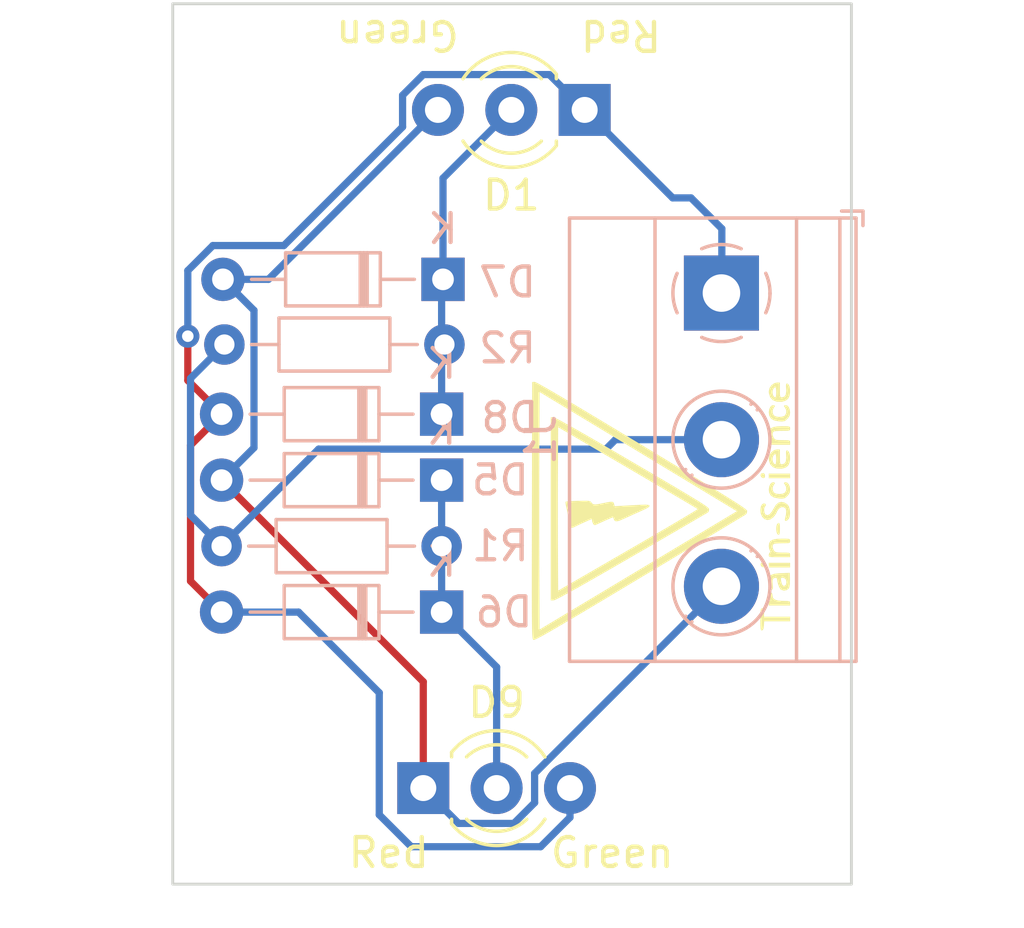
<source format=kicad_pcb>
(kicad_pcb (version 20221018) (generator pcbnew)
  (layers (0 "F.Cu" signal) (31 "B.Cu" signal) (34 "B.Paste" user) (35 "F.Paste" user) (36 "B.SilkS" user "B.Silkscreen") (37 "F.SilkS" user "F.Silkscreen") (38 "B.Mask" user) (39 "F.Mask" user) (44 "Edge.Cuts" user))
  (net 0 "")
  (net 1 "Net-(D1-K1)")
  (net 2 "Net-(D1-A)")
  (net 3 "Net-(D1-K2)")
  (net 4 "Net-(D5-K)")
  (net 5 "Net-(J1-Pin_2)")
  (footprint "MountingHole:MountingHole_3.2mm_M3" (layer "F.Cu") (at 141.5 82.5)
    (fp_text reference "REF**" hide)
    (fp_text value "MountingHole_3.2mm_M3")
    (pad "" np_thru_hole circle (at 0 0) (size 3.2 3.2) (drill 3.2) (layers "*.Cu" "*.Mask"))
  )
  (footprint "LED_THT:LED_D3.0mm-3" (layer "F.Cu") (at 135.763 82.677 180)
    (fp_text reference "D1" (at 2.54 -2.96) (layer "F.SilkS"))
    (fp_text value "LED_Dual_KAK")
    (fp_line (start 0.98 -1.236) (end 0.98 -1.08) (stroke (width 0.12)) (layer "F.SilkS"))
    (fp_line (start 0.98 1.08) (end 0.98 1.236) (stroke (width 0.12)) (layer "F.SilkS"))
    (fp_arc (start 0.98 -1.235516) (mid 2.636487 -1.987659) (end 4.212335 -1.078608) (stroke (width 0.12)) (layer "F.SilkS"))
    (fp_arc (start 1.499039 -1.08) (mid 2.540117 -1.5) (end 3.58113 -1.079837) (stroke (width 0.12)) (layer "F.SilkS"))
    (fp_arc (start 3.58113 1.079837) (mid 2.540117 1.5) (end 1.499039 1.08) (stroke (width 0.12)) (layer "F.SilkS"))
    (fp_arc (start 4.212335 1.078608) (mid 2.636487 1.987659) (end 0.98 1.235516) (stroke (width 0.12)) (layer "F.SilkS"))
    (pad "1" thru_hole rect (at 0 0 180) (size 1.8 1.8) (drill 0.9) (layers "*.Cu" "*.Mask") (net 1 "Net-(D1-K1)"))
    (pad "2" thru_hole circle (at 2.54 0 180) (size 1.8 1.8) (drill 0.9) (layers "*.Cu" "*.Mask") (net 2 "Net-(D1-A)"))
    (pad "3" thru_hole circle (at 5.08 0 180) (size 1.8 1.8) (drill 0.9) (layers "*.Cu" "*.Mask") (net 3 "Net-(D1-K2)"))
  )
  (footprint "MountingHole:MountingHole_3.2mm_M3" (layer "F.Cu") (at 125 105.5)
    (fp_text reference "REF**" hide)
    (fp_text value "MountingHole_3.2mm_M3")
    (pad "" np_thru_hole circle (at 0 0) (size 3.2 3.2) (drill 3.2) (layers "F&B.Cu" "*.Mask"))
  )
  (footprint "custom_kicad_lib_sk:Train-Science logo small" (layer "F.Cu") (at 138.5 96.5 90)
    (fp_text reference "G***" hide)
    (fp_text value "LOGO" hide)
    (fp_poly (pts (xy -1.867174 4.3782) (xy -2.028137 4.3782) (xy -2.028137 3.637769) (xy -1.867174 3.637769)) (fill solid) (layer "F.SilkS"))
    (fp_poly (pts (xy 1.223321 4.3782) (xy 1.062357 4.3782) (xy 1.062357 3.637769) (xy 1.223321 3.637769)) (fill solid) (layer "F.SilkS"))
    (fp_poly (pts (xy -1.879051 3.365565) (xy -1.85507 3.397528) (xy -1.848957 3.467248) (xy -1.897497 3.5033) (xy -1.951794 3.508999) (xy -2.01104 3.497959) (xy -2.024208 3.453786) (xy -2.022328 3.436565) (xy -1.991057 3.378361) (xy -1.934811 3.352714)) (fill solid) (layer "F.SilkS"))
    (fp_poly (pts (xy 1.211443 3.365565) (xy 1.235424 3.397528) (xy 1.241537 3.467248) (xy 1.192998 3.5033) (xy 1.1387 3.508999) (xy 1.079454 3.497959) (xy 1.066286 3.453786) (xy 1.068167 3.436565) (xy 1.099438 3.378361) (xy 1.155683 3.352714)) (fill solid) (layer "F.SilkS"))
    (fp_poly (pts (xy -0.612737 3.9006) (xy -0.533283 3.922266) (xy -0.490713 3.961014) (xy -0.488845 3.967744) (xy -0.490951 3.998166) (xy -0.520453 4.01526) (xy -0.590351 4.022672) (xy -0.689781 4.024081) (xy -0.808268 4.020841) (xy -0.874379 4.009353) (xy -0.899883 3.986965) (xy -0.901394 3.976406) (xy -0.873403 3.933919) (xy -0.802697 3.906845) (xy -0.709175 3.895599)) (fill solid) (layer "F.SilkS"))
    (fp_poly (pts (xy -3.669632 3.34866) (xy -3.559722 3.351709) (xy -3.492918 3.358945) (xy -3.458582 3.372129) (xy -3.446076 3.393024) (xy -3.444613 3.412421) (xy -3.454092 3.452657) (xy -3.493451 3.471683) (xy -3.579073 3.476782) (xy -3.58948 3.476806) (xy -3.734347 3.476806) (xy -3.734347 4.3782) (xy -3.89531 4.3782) (xy -3.89531 3.480334) (xy -4.047936 3.470522) (xy -4.148526 3.457408) (xy -4.198923 3.431105) (xy -4.21126 3.404373) (xy -4.210399 3.380588) (xy -4.190335 3.364589) (xy -4.140901 3.354863) (xy -4.051928 3.349892) (xy -3.91325 3.348161) (xy -3.833286 3.348036)) (fill solid) (layer "F.SilkS"))
    (fp_poly (pts (xy -3.20706 3.649174) (xy -3.187072 3.671095) (xy -3.167366 3.687977) (xy -3.124803 3.671095) (xy -3.032476 3.639196) (xy -2.952967 3.641074) (xy -2.904379 3.674259) (xy -2.897338 3.702155) (xy -2.912873 3.749633) (xy -2.970283 3.766013) (xy -2.992091 3.76654) (xy -3.08017 3.784752) (xy -3.139695 3.843818) (xy -3.1741 3.950385) (xy -3.18682 4.1111) (xy -3.187072 4.143919) (xy -3.188151 4.264488) (xy -3.194538 4.33444) (xy -3.210963 4.367539) (xy -3.242154 4.377549) (xy -3.267554 4.3782) (xy -3.348035 4.3782) (xy -3.348035 3.637769) (xy -3.267554 3.637769)) (fill solid) (layer "F.SilkS"))
    (fp_poly (pts (xy 3.456146 3.654371) (xy 3.543105 3.697368) (xy 3.592791 3.756548) (xy 3.594178 3.814197) (xy 3.572895 3.852981) (xy 3.542199 3.843557) (xy 3.513841 3.819211) (xy 3.424501 3.7745) (xy 3.322943 3.773442) (xy 3.238538 3.81626) (xy 3.237661 3.817129) (xy 3.201357 3.890078) (xy 3.187495 3.994878) (xy 3.196074 4.103032) (xy 3.227095 4.186043) (xy 3.237661 4.198841) (xy 3.321639 4.242246) (xy 3.423161 4.241772) (xy 3.512857 4.197642) (xy 3.513841 4.196759) (xy 3.559116 4.162129) (xy 3.582547 4.174932) (xy 3.594178 4.201773) (xy 3.589623 4.267108) (xy 3.534669 4.324764) (xy 3.443265 4.364981) (xy 3.341993 4.3782) (xy 3.23693 4.364144) (xy 3.150524 4.312169) (xy 3.116435 4.280323) (xy 3.06227 4.220957) (xy 3.03476 4.166703) (xy 3.027277 4.094215) (xy 3.032787 3.985733) (xy 3.063239 3.823108) (xy 3.128926 3.713042) (xy 3.232557 3.652527) (xy 3.346264 3.637769)) (fill solid) (layer "F.SilkS"))
    (fp_poly (pts (xy 0.784156 3.654371) (xy 0.871115 3.697368) (xy 0.920801 3.756548) (xy 0.922188 3.814197) (xy 0.900905 3.852981) (xy 0.870209 3.843557) (xy 0.841851 3.819211) (xy 0.752511 3.7745) (xy 0.650954 3.773442) (xy 0.566548 3.81626) (xy 0.565671 3.817129) (xy 0.529974 3.888454) (xy 0.515171 3.998249) (xy 0.515082 4.007985) (xy 0.527932 4.119813) (xy 0.562192 4.195116) (xy 0.565671 4.198841) (xy 0.649649 4.242246) (xy 0.751171 4.241772) (xy 0.840868 4.197642) (xy 0.841851 4.196759) (xy 0.887126 4.162129) (xy 0.910558 4.174932) (xy 0.922188 4.201773) (xy 0.917633 4.267108) (xy 0.862679 4.324764) (xy 0.771275 4.364981) (xy 0.670003 4.3782) (xy 0.56494 4.364144) (xy 0.478534 4.312169) (xy 0.444446 4.280323) (xy 0.39028 4.220957) (xy 0.36277 4.166703) (xy 0.355287 4.094215) (xy 0.360798 3.985733) (xy 0.391249 3.823108) (xy 0.456936 3.713042) (xy 0.560567 3.652527) (xy 0.674274 3.637769)) (fill solid) (layer "F.SilkS"))
    (fp_poly (pts (xy -2.40532 3.645768) (xy -2.326525 3.67613) (xy -2.275297 3.738404) (xy -2.245189 3.842138) (xy -2.22975 3.996881) (xy -2.226439 4.069661) (xy -2.215488 4.366149) (xy -2.45432 4.371021) (xy -2.611055 4.367821) (xy -2.715337 4.349617) (xy -2.763052 4.326932) (xy -2.817997 4.253657) (xy -2.8318 4.157537) (xy -2.826579 4.141434) (xy -2.663371 4.141434) (xy -2.661178 4.198977) (xy -2.617211 4.235887) (xy -2.541587 4.248708) (xy -2.462907 4.236034) (xy -2.420887 4.210799) (xy -2.387663 4.147033) (xy -2.382256 4.110009) (xy -2.391113 4.070273) (xy -2.429399 4.05887) (xy -2.5002 4.066989) (xy -2.611613 4.096669) (xy -2.663371 4.141434) (xy -2.826579 4.141434) (xy -2.80241 4.066887) (xy -2.783578 4.04369) (xy -2.714915 4.000608) (xy -2.611053 3.960717) (xy -2.500848 3.933723) (xy -2.438593 3.927683) (xy -2.39073 3.905832) (xy -2.389171 3.848663) (xy -2.411779 3.801951) (xy -2.44845 3.775964) (xy -2.522247 3.768689) (xy -2.620538 3.77548) (xy -2.726931 3.782973) (xy -2.782746 3.776184) (xy -2.800575 3.753278) (xy -2.80076 3.74925) (xy -2.770723 3.693209) (xy -2.685633 3.655257) (xy -2.553023 3.638364) (xy -2.518132 3.637769)) (fill solid) (layer "F.SilkS"))
    (fp_poly (pts (xy 0.08045 3.363771) (xy 0.163476 3.40824) (xy 0.193154 3.477335) (xy 0.193156 3.477939) (xy 0.170182 3.528914) (xy 0.121334 3.539789) (xy 0.080482 3.508999) (xy 0.032611 3.483439) (xy -0.047363 3.477888) (xy -0.130866 3.490818) (xy -0.189325 3.520703) (xy -0.191874 3.52355) (xy -0.21804 3.596183) (xy -0.180966 3.673245) (xy -0.081544 3.753443) (xy -0.004028 3.796699) (xy 0.136108 3.882305) (xy 0.216714 3.971193) (xy 0.24249 4.071135) (xy 0.223825 4.173564) (xy 0.164082 4.275535) (xy 0.095495 4.330471) (xy -0.018443 4.366535) (xy -0.150995 4.376193) (xy -0.274362 4.359597) (xy -0.346956 4.328086) (xy -0.40363 4.272052) (xy -0.419312 4.22251) (xy -0.394108 4.195068) (xy -0.346071 4.199064) (xy -0.197064 4.233359) (xy -0.075009 4.242002) (xy 0.005829 4.224264) (xy 0.015788 4.217493) (xy 0.061853 4.14537) (xy 0.055341 4.062595) (xy 0.002818 3.983964) (xy -0.089151 3.924271) (xy -0.119083 3.913566) (xy -0.188092 3.877866) (xy -0.269912 3.816568) (xy -0.288095 3.800264) (xy -0.365715 3.694707) (xy -0.385703 3.587357) (xy -0.353625 3.488715) (xy -0.27505 3.409279) (xy -0.155545 3.359551) (xy -0.048289 3.348036)) (fill solid) (layer "F.SilkS"))
    (fp_poly (pts (xy -1.179743 3.652213) (xy -1.106639 3.700519) (xy -1.060135 3.79015) (xy -1.036075 3.928568) (xy -1.030165 4.092808) (xy -1.03083 4.228722) (xy -1.035174 4.312734) (xy -1.046716 4.357328) (xy -1.068976 4.374987) (xy -1.105476 4.378194) (xy -1.110646 4.3782) (xy -1.150723 4.375415) (xy -1.174641 4.358257) (xy -1.186568 4.313522) (xy -1.190674 4.228007) (xy -1.191128 4.123292) (xy -1.193501 3.995739) (xy -1.199781 3.889366) (xy -1.208712 3.82384) (xy -1.210669 3.817462) (xy -1.256725 3.775444) (xy -1.33462 3.771399) (xy -1.424149 3.805399) (xy -1.441506 3.816654) (xy -1.477783 3.84892) (xy -1.499291 3.893461) (xy -1.50977 3.966262) (xy -1.512958 4.083304) (xy -1.513054 4.122485) (xy -1.513927 4.249664) (xy -1.519311 4.325642) (xy -1.533355 4.363601) (xy -1.560209 4.376724) (xy -1.593536 4.3782) (xy -1.674018 4.3782) (xy -1.674018 4.007985) (xy -1.67363 3.849262) (xy -1.670933 3.743962) (xy -1.663621 3.681124) (xy -1.649392 3.649787) (xy -1.625943 3.638988) (xy -1.596219 3.637769) (xy -1.53075 3.652507) (xy -1.503665 3.67801) (xy -1.482168 3.702107) (xy -1.446255 3.67801) (xy -1.387205 3.651219) (xy -1.298048 3.63805) (xy -1.283604 3.637769)) (fill solid) (layer "F.SilkS"))
    (fp_poly (pts (xy 1.874086 3.665419) (xy 1.97554 3.737669) (xy 2.042702 3.838471) (xy 2.06033 3.925027) (xy 2.06033 4.024081) (xy 1.802788 4.024081) (xy 1.674253 4.025517) (xy 1.597198 4.031892) (xy 1.558746 4.046313) (xy 1.54602 4.071882) (xy 1.545247 4.086167) (xy 1.568914 4.17496) (xy 1.641552 4.227168) (xy 1.76562 4.244072) (xy 1.841189 4.240295) (xy 1.949653 4.233706) (xy 2.007504 4.2403) (xy 2.027535 4.262067) (xy 2.028137 4.269376) (xy 1.999657 4.321331) (xy 1.925454 4.357024) (xy 1.822384 4.375338) (xy 1.707304 4.375154) (xy 1.597069 4.355354) (xy 1.508536 4.31482) (xy 1.495586 4.304705) (xy 1.430456 4.223779) (xy 1.397139 4.110586) (xy 1.393087 4.07989) (xy 1.397067 3.908) (xy 1.412373 3.869557) (xy 1.545247 3.869557) (xy 1.574363 3.883662) (xy 1.649466 3.893017) (xy 1.722307 3.895311) (xy 1.819283 3.891076) (xy 1.883595 3.880152) (xy 1.899366 3.869557) (xy 1.87055 3.814477) (xy 1.797044 3.776712) (xy 1.722307 3.76654) (xy 1.627639 3.783306) (xy 1.562731 3.826073) (xy 1.545247 3.869557) (xy 1.412373 3.869557) (xy 1.449928 3.775233) (xy 1.548716 3.685192) (xy 1.690478 3.641482) (xy 1.755377 3.637769)) (fill solid) (layer "F.SilkS"))
    (fp_poly (pts (xy 2.715567 3.652213) (xy 2.788671 3.700519) (xy 2.835175 3.79015) (xy 2.859236 3.928568) (xy 2.865146 4.092808) (xy 2.86448 4.228722) (xy 2.860137 4.312734) (xy 2.848595 4.357328) (xy 2.826334 4.374987) (xy 2.789834 4.378194) (xy 2.784664 4.3782) (xy 2.744587 4.375415) (xy 2.72067 4.358257) (xy 2.708742 4.313522) (xy 2.704637 4.228007) (xy 2.704183 4.123292) (xy 2.70181 3.995739) (xy 2.69553 3.889366) (xy 2.686599 3.82384) (xy 2.684642 3.817462) (xy 2.638586 3.775444) (xy 2.56069 3.771399) (xy 2.471162 3.805399) (xy 2.453804 3.816654) (xy 2.417528 3.84892) (xy 2.396019 3.893461) (xy 2.385541 3.966262) (xy 2.382352 4.083304) (xy 2.382256 4.122485) (xy 2.381383 4.249664) (xy 2.375999 4.325642) (xy 2.361955 4.363601) (xy 2.335101 4.376724) (xy 2.301774 4.3782) (xy 2.221293 4.3782) (xy 2.221293 4.007985) (xy 2.22168 3.849262) (xy 2.224378 3.743962) (xy 2.231689 3.681124) (xy 2.245918 3.649787) (xy 2.269368 3.638988) (xy 2.299092 3.637769) (xy 2.364561 3.652507) (xy 2.391646 3.67801) (xy 2.413142 3.702107) (xy 2.449056 3.67801) (xy 2.508105 3.651219) (xy 2.597263 3.63805) (xy 2.611707 3.637769)) (fill solid) (layer "F.SilkS"))
    (fp_poly (pts (xy 4.191957 3.665419) (xy 4.293411 3.737669) (xy 4.360573 3.838471) (xy 4.3782 3.925027) (xy 4.3782 4.024081) (xy 4.120659 4.024081) (xy 3.992123 4.025517) (xy 3.915069 4.031892) (xy 3.876617 4.046313) (xy 3.86389 4.071882) (xy 3.863118 4.086167) (xy 3.886785 4.17496) (xy 3.959423 4.227168) (xy 4.083491 4.244072) (xy 4.15906 4.240295) (xy 4.267524 4.233706) (xy 4.325375 4.2403) (xy 4.345405 4.262067) (xy 4.346008 4.269376) (xy 4.317527 4.321331) (xy 4.243324 4.357024) (xy 4.140255 4.375338) (xy 4.025174 4.375154) (xy 3.91494 4.355354) (xy 3.826407 4.31482) (xy 3.813457 4.304705) (xy 3.748327 4.223779) (xy 3.71501 4.110586) (xy 3.710957 4.07989) (xy 3.714938 3.908) (xy 3.730244 3.869557) (xy 3.863118 3.869557) (xy 3.892233 3.883662) (xy 3.967337 3.893017) (xy 4.040178 3.895311) (xy 4.137154 3.891076) (xy 4.201466 3.880152) (xy 4.217237 3.869557) (xy 4.188421 3.814477) (xy 4.114915 3.776712) (xy 4.040178 3.76654) (xy 3.945509 3.783306) (xy 3.880602 3.826073) (xy 3.863118 3.869557) (xy 3.730244 3.869557) (xy 3.767799 3.775233) (xy 3.866587 3.685192) (xy 4.008349 3.641482) (xy 4.073248 3.637769)) (fill solid) (layer "F.SilkS"))
    (fp_poly (pts (xy 0.250482 -3.398018) (xy 0.258312 -3.360431) (xy 0.266207 -3.271171) (xy 0.273323 -3.142944) (xy 0.278815 -2.988455) (xy 0.279494 -2.961822) (xy 0.283147 -2.79102) (xy 0.28333 -2.672993) (xy 0.27842 -2.596159) (xy 0.266793 -2.548934) (xy 0.246824 -2.519735) (xy 0.216889 -2.496979) (xy 0.214047 -2.495112) (xy 0.177374 -2.463714) (xy 0.157846 -2.420729) (xy 0.155167 -2.353836) (xy 0.169042 -2.250716) (xy 0.199173 -2.099046) (xy 0.20399 -2.076426) (xy 0.234196 -1.927607) (xy 0.248081 -1.829473) (xy 0.244797 -1.770209) (xy 0.223496 -1.738003) (xy 0.183328 -1.721039) (xy 0.178383 -1.719762) (xy 0.093995 -1.698582) (xy 0.113104 -1.340229) (xy 0.122361 -1.168329) (xy 0.13182 -0.9955) (xy 0.140114 -0.846597) (xy 0.144094 -0.776804) (xy 0.147732 -0.616402) (xy 0.136399 -0.518612) (xy 0.110043 -0.48341) (xy 0.068612 -0.510774) (xy 0.012053 -0.600683) (xy -0.036281 -0.70019) (xy -0.094889 -0.829583) (xy -0.151819 -0.955614) (xy -0.192615 -1.046261) (xy -0.235959 -1.142058) (xy -0.293724 -1.268625) (xy -0.352412 -1.396402) (xy -0.410483 -1.535855) (xy -0.432862 -1.630868) (xy -0.419591 -1.690556) (xy -0.370712 -1.724039) (xy -0.353957 -1.729118) (xy -0.302087 -1.746117) (xy -0.289734 -1.754248) (xy -0.301976 -1.787815) (xy -0.333966 -1.863803) (xy -0.378601 -1.966115) (xy -0.428778 -2.078653) (xy -0.477393 -2.185319) (xy -0.517132 -2.269582) (xy -0.553917 -2.350924) (xy -0.561542 -2.396199) (xy -0.540994 -2.426228) (xy -0.525165 -2.438593) (xy -0.452176 -2.472508) (xy -0.412351 -2.478834) (xy -0.36338 -2.484926) (xy -0.354119 -2.492061) (xy -0.366789 -2.526986) (xy -0.400137 -2.60474) (xy -0.447168 -2.710013) (xy -0.500888 -2.827498) (xy -0.554304 -2.941887) (xy -0.600421 -3.037873) (xy -0.630486 -3.096942) (xy -0.659596 -3.160107) (xy -0.65177 -3.193594) (xy -0.620583 -3.213855) (xy -0.53333 -3.246777) (xy -0.395236 -3.27925) (xy -0.273637 -3.301207) (xy -0.190498 -3.31751) (xy -0.07335 -3.34338) (xy 0.027233 -3.367139) (xy 0.134416 -3.389945) (xy 0.215087 -3.40089)) (fill solid) (layer "F.SilkS"))
    (fp_poly (pts (xy 3.179239 -3.830925) (xy 3.169077 -3.796052) (xy 3.134748 -3.721875) (xy 3.075339 -3.60678) (xy 2.989941 -3.449155) (xy 2.877641 -3.24739) (xy 2.737526 -2.999872) (xy 2.568687 -2.704989) (xy 2.370211 -2.361128) (xy 2.141187 -1.966679) (xy 1.880703 -1.52003) (xy 1.631778 -1.09455) (xy 1.368647 -0.645596) (xy 1.135907 -0.249143) (xy 0.93161 0.097982) (xy 0.753807 0.398953) (xy 0.60055 0.656942) (xy 0.469891 0.875124) (xy 0.359881 1.05667) (xy 0.268572 1.204755) (xy 0.194014 1.322552) (xy 0.134261 1.413233) (xy 0.087362 1.479973) (xy 0.051371 1.525943) (xy 0.024337 1.554318) (xy 0.004314 1.568271) (xy -0.004969 1.571019) (xy -0.078828 1.563333) (xy -0.118283 1.538827) (xy -0.138767 1.505458) (xy -0.189191 1.420294) (xy -0.267262 1.287274) (xy -0.370688 1.110339) (xy -0.497173 0.893428) (xy -0.644426 0.640482) (xy -0.810153 0.355441) (xy -0.99206 0.042244) (xy -1.187855 -0.295169) (xy -1.395243 -0.652857) (xy -1.611932 -1.02688) (xy -1.660439 -1.110646) (xy -1.943382 -1.600038) (xy -2.194371 -2.035755) (xy -2.414343 -2.419476) (xy -2.604234 -2.752877) (xy -2.764981 -3.037634) (xy -2.89752 -3.275425) (xy -3.002787 -3.467927) (xy -3.081719 -3.616816) (xy -3.100264 -3.653866) (xy -2.831057 -3.653866) (xy -1.427803 -1.229825) (xy -1.217976 -0.867944) (xy -1.017222 -0.522838) (xy -0.827885 -0.198474) (xy -0.652308 0.101185) (xy -0.492836 0.372174) (xy -0.351814 0.61053) (xy -0.231586 0.812287) (xy -0.134496 0.973481) (xy -0.062889 1.090149) (xy -0.019109 1.158326) (xy -0.005551 1.175218) (xy 0.013203 1.145197) (xy 0.062076 1.063637) (xy 0.138687 0.934577) (xy 0.240658 0.762061) (xy 0.365609 0.55013) (xy 0.511161 0.302826) (xy 0.674935 0.02419) (xy 0.854552 -0.281735) (xy 1.047632 -0.610908) (xy 1.251797 -0.959287) (xy 1.421346 -1.248823) (xy 2.829247 -3.653866) (xy 1.414623 -3.662249) (xy 1.04211 -3.663984) (xy 0.624153 -3.665121) (xy 0.179691 -3.665659) (xy -0.272337 -3.665598) (xy -0.712992 -3.664938) (xy -1.123334 -3.663678) (xy -1.415529 -3.662249) (xy -2.831057 -3.653866) (xy -3.100264 -3.653866) (xy -3.135253 -3.723769) (xy -3.164325 -3.790463) (xy -3.17064 -3.814829) (xy -3.170976 -3.911407) (xy 3.170976 -3.911407)) (fill solid) (layer "F.SilkS"))
    (fp_poly (pts (xy -2.177236 -4.566716) (xy -1.724771 -4.566214) (xy -1.217326 -4.565463) (xy -0.651718 -4.564501) (xy -0.055144 -4.563421) (xy 4.394297 -4.55526) (xy 4.402412 -4.474778) (xy 4.392766 -4.444092) (xy 4.360546 -4.377472) (xy 4.304831 -4.273357) (xy 4.224701 -4.130187) (xy 4.119236 -3.9464) (xy 3.987517 -3.720436) (xy 3.828623 -3.450735) (xy 3.641634 -3.135735) (xy 3.425631 -2.773875) (xy 3.179692 -2.363596) (xy 2.902899 -1.903335) (xy 2.594331 -1.391532) (xy 2.253068 -0.826627) (xy 2.210681 -0.756527) (xy 1.892208 -0.230049) (xy 1.605234 0.243951) (xy 1.348069 0.66817) (xy 1.119028 1.045302) (xy 0.916421 1.378044) (xy 0.738561 1.669091) (xy 0.583761 1.921141) (xy 0.450332 2.136888) (xy 0.336586 2.319029) (xy 0.240836 2.470259) (xy 0.161394 2.593274) (xy 0.096573 2.690771) (xy 0.044683 2.765444) (xy 0.004038 2.819991) (xy -0.02705 2.857107) (xy -0.05027 2.879488) (xy -0.067308 2.88983) (xy -0.073048 2.891234) (xy -0.156237 2.877194) (xy -0.204854 2.826849) (xy -0.227047 2.790521) (xy -0.280348 2.702298) (xy -0.362758 2.565508) (xy -0.47228 2.383476) (xy -0.606914 2.159531) (xy -0.764662 1.897) (xy -0.943527 1.599208) (xy -1.141509 1.269484) (xy -1.356611 0.911155) (xy -1.586834 0.527547) (xy -1.830181 0.121988) (xy -2.084652 -0.302196) (xy -2.348249 -0.741676) (xy -2.411808 -0.847656) (xy -2.72913 -1.377004) (xy -3.014693 -1.853894) (xy -3.270035 -2.280976) (xy -3.496692 -2.660897) (xy -3.696204 -2.996307) (xy -3.870107 -3.289854) (xy -4.01994 -3.544188) (xy -4.147239 -3.761957) (xy -4.253544 -3.94581) (xy -4.340391 -4.098397) (xy -4.409319 -4.222366) (xy -4.449721 -4.297718) (xy -4.178624 -4.297718) (xy -0.08088 2.532058) (xy 0.192957 2.079549) (xy 0.247331 1.989669) (xy 0.332405 1.84901) (xy 0.445566 1.661887) (xy 0.584205 1.43262) (xy 0.74571 1.165527) (xy 0.92747 0.864926) (xy 1.126875 0.535135) (xy 1.341313 0.180472) (xy 1.568173 -0.194744) (xy 1.804844 -0.586196) (xy 2.048716 -0.989564) (xy 2.257763 -1.33534) (xy 4.048733 -4.297718) (xy 1.992174 -4.306003) (xy 1.548356 -4.307468) (xy 1.05587 -4.308526) (xy 0.530432 -4.309176) (xy -0.012241 -4.309419) (xy -0.556433 -4.309254) (xy -1.086428 -4.308682) (xy -1.58651 -4.307702) (xy -2.040962 -4.306315) (xy -2.121505 -4.306003) (xy -4.178624 -4.297718) (xy -4.449721 -4.297718) (xy -4.461864 -4.320365) (xy -4.499566 -4.395045) (xy -4.523961 -4.449053) (xy -4.536588 -4.485039) (xy -4.538984 -4.505651) (xy -4.537712 -4.509683) (xy -4.531875 -4.518362) (xy -4.522005 -4.526181) (xy -4.504918 -4.533179) (xy -4.47743 -4.539392) (xy -4.436357 -4.54486) (xy -4.378514 -4.549621) (xy -4.300717 -4.553712) (xy -4.199782 -4.557172) (xy -4.072525 -4.560039) (xy -3.915762 -4.562352) (xy -3.726308 -4.564148) (xy -3.50098 -4.565466) (xy -3.236592 -4.566343) (xy -2.929962 -4.566818) (xy -2.577905 -4.56693)) (fill solid) (layer "F.SilkS"))
  )
  (footprint "LED_THT:LED_D3.0mm-3" (layer "F.Cu") (at 130.175 106.172)
    (fp_text reference "D9" (at 2.54 -2.96) (layer "F.SilkS"))
    (fp_text value "LED_Dual_KAK")
    (fp_line (start 0.98 -1.236) (end 0.98 -1.08) (stroke (width 0.12)) (layer "F.SilkS"))
    (fp_line (start 0.98 1.08) (end 0.98 1.236) (stroke (width 0.12)) (layer "F.SilkS"))
    (fp_arc (start 0.98 -1.235516) (mid 2.636487 -1.987659) (end 4.212335 -1.078608) (stroke (width 0.12)) (layer "F.SilkS"))
    (fp_arc (start 1.499039 -1.08) (mid 2.540117 -1.5) (end 3.58113 -1.079837) (stroke (width 0.12)) (layer "F.SilkS"))
    (fp_arc (start 3.58113 1.079837) (mid 2.540117 1.5) (end 1.499039 1.08) (stroke (width 0.12)) (layer "F.SilkS"))
    (fp_arc (start 4.212335 1.078608) (mid 2.636487 1.987659) (end 0.98 1.235516) (stroke (width 0.12)) (layer "F.SilkS"))
    (pad "1" thru_hole rect (at 0 0) (size 1.8 1.8) (drill 0.9) (layers "*.Cu" "*.Mask") (net 3 "Net-(D1-K2)"))
    (pad "2" thru_hole circle (at 2.54 0) (size 1.8 1.8) (drill 0.9) (layers "*.Cu" "*.Mask") (net 4 "Net-(D5-K)"))
    (pad "3" thru_hole circle (at 5.08 0) (size 1.8 1.8) (drill 0.9) (layers "*.Cu" "*.Mask") (net 1 "Net-(D1-K1)"))
  )
  (footprint "MountingHole:MountingHole_3.2mm_M3" (layer "F.Cu") (at 125 82.5)
    (fp_text reference "REF**" hide)
    (fp_text value "MountingHole_3.2mm_M3")
    (pad "" np_thru_hole circle (at 0 0) (size 3.2 3.2) (drill 3.2) (layers "F&B.Cu" "*.Mask"))
  )
  (footprint "MountingHole:MountingHole_3.2mm_M3" (layer "F.Cu") (at 141.5 106)
    (fp_text reference "REF**" hide)
    (fp_text value "MountingHole_3.2mm_M3")
    (pad "" np_thru_hole circle (at 0 0) (size 3.2 3.2) (drill 3.2) (layers "F&B.Cu" "*.Mask"))
  )
  (footprint "Resistor_THT:R_Axial_DIN0204_L3.6mm_D1.6mm_P7.62mm_Horizontal" (layer "B.Cu") (at 123.19 97.79)
    (fp_text reference "R1" (at 9.652 0) (layer "B.SilkS") (effects (justify mirror)))
    (fp_text value "R")
    (fp_line (start 0.94 0) (end 1.89 0) (stroke (width 0.12)) (layer "B.SilkS"))
    (fp_line (start 1.89 -0.92) (end 5.73 -0.92) (stroke (width 0.12)) (layer "B.SilkS"))
    (fp_line (start 1.89 0.92) (end 1.89 -0.92) (stroke (width 0.12)) (layer "B.SilkS"))
    (fp_line (start 5.73 -0.92) (end 5.73 0.92) (stroke (width 0.12)) (layer "B.SilkS"))
    (fp_line (start 5.73 0.92) (end 1.89 0.92) (stroke (width 0.12)) (layer "B.SilkS"))
    (fp_line (start 6.68 0) (end 5.73 0) (stroke (width 0.12)) (layer "B.SilkS"))
    (pad "1" thru_hole circle (at 0 0) (size 1.4 1.4) (drill 0.7) (layers "*.Cu" "*.Mask") (net 5 "Net-(J1-Pin_2)"))
    (pad "2" thru_hole oval (at 7.62 0) (size 1.4 1.4) (drill 0.7) (layers "*.Cu" "*.Mask") (net 4 "Net-(D5-K)"))
  )
  (footprint "TerminalBlock_Phoenix:TerminalBlock_Phoenix_MKDS-1,5-3-5.08_1x03_P5.08mm_Horizontal" (layer "B.Cu") (at 140.5 89.022 -90)
    (fp_text reference "J1" (at 5.08 6.26 90) (layer "B.SilkS") (effects (justify mirror)))
    (fp_text value "Conn_01x03")
    (fp_line (start -2.84 -4.9) (end -2.34 -4.9) (stroke (width 0.12)) (layer "B.SilkS"))
    (fp_line (start -2.84 -4.16) (end -2.84 -4.9) (stroke (width 0.12)) (layer "B.SilkS"))
    (fp_line (start -2.6 -4.66) (end 12.76 -4.66) (stroke (width 0.12)) (layer "B.SilkS"))
    (fp_line (start -2.6 -4.1) (end 12.76 -4.1) (stroke (width 0.12)) (layer "B.SilkS"))
    (fp_line (start -2.6 -2.6) (end 12.76 -2.6) (stroke (width 0.12)) (layer "B.SilkS"))
    (fp_line (start -2.6 2.301) (end 12.76 2.301) (stroke (width 0.12)) (layer "B.SilkS"))
    (fp_line (start -2.6 5.261) (end -2.6 -4.66) (stroke (width 0.12)) (layer "B.SilkS"))
    (fp_line (start -2.6 5.261) (end 12.76 5.261) (stroke (width 0.12)) (layer "B.SilkS"))
    (fp_line (start 3.853 -1.023) (end 3.806 -1.069) (stroke (width 0.12)) (layer "B.SilkS"))
    (fp_line (start 4.046 -1.239) (end 4.011 -1.274) (stroke (width 0.12)) (layer "B.SilkS"))
    (fp_line (start 6.15 1.275) (end 6.115 1.239) (stroke (width 0.12)) (layer "B.SilkS"))
    (fp_line (start 6.355 1.069) (end 6.308 1.023) (stroke (width 0.12)) (layer "B.SilkS"))
    (fp_line (start 8.933 -1.023) (end 8.886 -1.069) (stroke (width 0.12)) (layer "B.SilkS"))
    (fp_line (start 9.126 -1.239) (end 9.091 -1.274) (stroke (width 0.12)) (layer "B.SilkS"))
    (fp_line (start 11.23 1.275) (end 11.195 1.239) (stroke (width 0.12)) (layer "B.SilkS"))
    (fp_line (start 11.435 1.069) (end 11.388 1.023) (stroke (width 0.12)) (layer "B.SilkS"))
    (fp_line (start 12.76 5.261) (end 12.76 -4.66) (stroke (width 0.12)) (layer "B.SilkS"))
    (fp_arc (start -1.535 0.684) (mid -1.680501 0.000524) (end -1.535427 -0.683042) (stroke (width 0.12)) (layer "B.SilkS"))
    (fp_arc (start -0.684 -1.535) (mid -0.335551 -1.646659) (end 0.028805 -1.680253) (stroke (width 0.12)) (layer "B.SilkS"))
    (fp_arc (start 0 -1.68) (mid 0.349292 -1.643288) (end 0.683318 -1.534756) (stroke (width 0.12)) (layer "B.SilkS"))
    (fp_arc (start 0.684 1.535) (mid 0.000524 1.680501) (end -0.683042 1.535427) (stroke (width 0.12)) (layer "B.SilkS"))
    (fp_arc (start 1.535 -0.684) (mid 1.6805 -0.000524) (end 1.535427 0.683042) (stroke (width 0.12)) (layer "B.SilkS"))
    (fp_circle (center 5.08 0) (end 6.76 0) (stroke (width 0.12)) (fill none) (layer "B.SilkS"))
    (fp_circle (center 10.16 0) (end 11.84 0) (stroke (width 0.12)) (fill none) (layer "B.SilkS"))
    (pad "1" thru_hole rect (at 0 0 270) (size 2.6 2.6) (drill 1.3) (layers "*.Cu" "*.Mask") (net 1 "Net-(D1-K1)"))
    (pad "2" thru_hole circle (at 5.08 0 270) (size 2.6 2.6) (drill 1.3) (layers "*.Cu" "*.Mask") (net 5 "Net-(J1-Pin_2)"))
    (pad "3" thru_hole circle (at 10.16 0 270) (size 2.6 2.6) (drill 1.3) (layers "*.Cu" "*.Mask") (net 3 "Net-(D1-K2)"))
  )
  (footprint "Diode_THT:D_DO-34_SOD68_P7.62mm_Horizontal" (layer "B.Cu") (at 130.81 93.218 180)
    (fp_text reference "D8" (at -2.36 -0.124) (layer "B.SilkS") (effects (justify mirror)))
    (fp_text value "D")
    (fp_text user "K" (at 0 1.75) (layer "B.SilkS") (effects (justify mirror)))
    (fp_line (start 0.99 0) (end 2.17 0) (stroke (width 0.12)) (layer "B.SilkS"))
    (fp_line (start 2.17 -0.92) (end 5.45 -0.92) (stroke (width 0.12)) (layer "B.SilkS"))
    (fp_line (start 2.17 0.92) (end 2.17 -0.92) (stroke (width 0.12)) (layer "B.SilkS"))
    (fp_line (start 2.626 0.92) (end 2.626 -0.92) (stroke (width 0.12)) (layer "B.SilkS"))
    (fp_line (start 2.746 0.92) (end 2.746 -0.92) (stroke (width 0.12)) (layer "B.SilkS"))
    (fp_line (start 2.866 0.92) (end 2.866 -0.92) (stroke (width 0.12)) (layer "B.SilkS"))
    (fp_line (start 5.45 -0.92) (end 5.45 0.92) (stroke (width 0.12)) (layer "B.SilkS"))
    (fp_line (start 5.45 0.92) (end 2.17 0.92) (stroke (width 0.12)) (layer "B.SilkS"))
    (fp_line (start 6.63 0) (end 5.45 0) (stroke (width 0.12)) (layer "B.SilkS"))
    (pad "1" thru_hole rect (at 0 0 180) (size 1.5 1.5) (drill 0.75) (layers "*.Cu" "*.Mask") (net 2 "Net-(D1-A)"))
    (pad "2" thru_hole oval (at 7.62 0 180) (size 1.5 1.5) (drill 0.75) (layers "*.Cu" "*.Mask") (net 1 "Net-(D1-K1)"))
  )
  (footprint "Resistor_THT:R_Axial_DIN0204_L3.6mm_D1.6mm_P7.62mm_Horizontal" (layer "B.Cu") (at 130.908 90.805 180)
    (fp_text reference "R2" (at -2.183 -0.127) (layer "B.SilkS") (effects (justify mirror)))
    (fp_text value "R")
    (fp_line (start 0.94 0) (end 1.89 0) (stroke (width 0.12)) (layer "B.SilkS"))
    (fp_line (start 1.89 -0.92) (end 5.73 -0.92) (stroke (width 0.12)) (layer "B.SilkS"))
    (fp_line (start 1.89 0.92) (end 1.89 -0.92) (stroke (width 0.12)) (layer "B.SilkS"))
    (fp_line (start 5.73 -0.92) (end 5.73 0.92) (stroke (width 0.12)) (layer "B.SilkS"))
    (fp_line (start 5.73 0.92) (end 1.89 0.92) (stroke (width 0.12)) (layer "B.SilkS"))
    (fp_line (start 6.68 0) (end 5.73 0) (stroke (width 0.12)) (layer "B.SilkS"))
    (pad "1" thru_hole circle (at 0 0 180) (size 1.4 1.4) (drill 0.7) (layers "*.Cu" "*.Mask") (net 2 "Net-(D1-A)"))
    (pad "2" thru_hole oval (at 7.62 0 180) (size 1.4 1.4) (drill 0.7) (layers "*.Cu" "*.Mask") (net 5 "Net-(J1-Pin_2)"))
  )
  (footprint "Diode_THT:D_DO-34_SOD68_P7.62mm_Horizontal" (layer "B.Cu") (at 130.81 95.504 180)
    (fp_text reference "D5" (at -2.032 0) (layer "B.SilkS") (effects (justify mirror)))
    (fp_text value "D")
    (fp_text user "K" (at 0 1.75) (layer "B.SilkS") (effects (justify mirror)))
    (fp_line (start 0.99 0) (end 2.17 0) (stroke (width 0.12)) (layer "B.SilkS"))
    (fp_line (start 2.17 -0.92) (end 5.45 -0.92) (stroke (width 0.12)) (layer "B.SilkS"))
    (fp_line (start 2.17 0.92) (end 2.17 -0.92) (stroke (width 0.12)) (layer "B.SilkS"))
    (fp_line (start 2.626 0.92) (end 2.626 -0.92) (stroke (width 0.12)) (layer "B.SilkS"))
    (fp_line (start 2.746 0.92) (end 2.746 -0.92) (stroke (width 0.12)) (layer "B.SilkS"))
    (fp_line (start 2.866 0.92) (end 2.866 -0.92) (stroke (width 0.12)) (layer "B.SilkS"))
    (fp_line (start 5.45 -0.92) (end 5.45 0.92) (stroke (width 0.12)) (layer "B.SilkS"))
    (fp_line (start 5.45 0.92) (end 2.17 0.92) (stroke (width 0.12)) (layer "B.SilkS"))
    (fp_line (start 6.63 0) (end 5.45 0) (stroke (width 0.12)) (layer "B.SilkS"))
    (pad "1" thru_hole rect (at 0 0 180) (size 1.5 1.5) (drill 0.75) (layers "*.Cu" "*.Mask") (net 4 "Net-(D5-K)"))
    (pad "2" thru_hole oval (at 7.62 0 180) (size 1.5 1.5) (drill 0.75) (layers "*.Cu" "*.Mask") (net 3 "Net-(D1-K2)"))
  )
  (footprint "Diode_THT:D_DO-34_SOD68_P7.62mm_Horizontal" (layer "B.Cu") (at 130.81 100.076 180)
    (fp_text reference "D6" (at -2.159 0) (layer "B.SilkS") (effects (justify mirror)))
    (fp_text value "D")
    (fp_text user "K" (at 0 1.75) (layer "B.SilkS") (effects (justify mirror)))
    (fp_line (start 0.99 0) (end 2.17 0) (stroke (width 0.12)) (layer "B.SilkS"))
    (fp_line (start 2.17 -0.92) (end 5.45 -0.92) (stroke (width 0.12)) (layer "B.SilkS"))
    (fp_line (start 2.17 0.92) (end 2.17 -0.92) (stroke (width 0.12)) (layer "B.SilkS"))
    (fp_line (start 2.626 0.92) (end 2.626 -0.92) (stroke (width 0.12)) (layer "B.SilkS"))
    (fp_line (start 2.746 0.92) (end 2.746 -0.92) (stroke (width 0.12)) (layer "B.SilkS"))
    (fp_line (start 2.866 0.92) (end 2.866 -0.92) (stroke (width 0.12)) (layer "B.SilkS"))
    (fp_line (start 5.45 -0.92) (end 5.45 0.92) (stroke (width 0.12)) (layer "B.SilkS"))
    (fp_line (start 5.45 0.92) (end 2.17 0.92) (stroke (width 0.12)) (layer "B.SilkS"))
    (fp_line (start 6.63 0) (end 5.45 0) (stroke (width 0.12)) (layer "B.SilkS"))
    (pad "1" thru_hole rect (at 0 0 180) (size 1.5 1.5) (drill 0.75) (layers "*.Cu" "*.Mask") (net 4 "Net-(D5-K)"))
    (pad "2" thru_hole oval (at 7.62 0 180) (size 1.5 1.5) (drill 0.75) (layers "*.Cu" "*.Mask") (net 1 "Net-(D1-K1)"))
  )
  (footprint "Diode_THT:D_DO-34_SOD68_P7.62mm_Horizontal" (layer "B.Cu") (at 130.858 88.547 180)
    (fp_text reference "D7" (at -2.233 -0.099) (layer "B.SilkS") (effects (justify mirror)))
    (fp_text value "D")
    (fp_text user "K" (at 0 1.75) (layer "B.SilkS") (effects (justify mirror)))
    (fp_line (start 0.99 0) (end 2.17 0) (stroke (width 0.12)) (layer "B.SilkS"))
    (fp_line (start 2.17 -0.92) (end 5.45 -0.92) (stroke (width 0.12)) (layer "B.SilkS"))
    (fp_line (start 2.17 0.92) (end 2.17 -0.92) (stroke (width 0.12)) (layer "B.SilkS"))
    (fp_line (start 2.626 0.92) (end 2.626 -0.92) (stroke (width 0.12)) (layer "B.SilkS"))
    (fp_line (start 2.746 0.92) (end 2.746 -0.92) (stroke (width 0.12)) (layer "B.SilkS"))
    (fp_line (start 2.866 0.92) (end 2.866 -0.92) (stroke (width 0.12)) (layer "B.SilkS"))
    (fp_line (start 5.45 -0.92) (end 5.45 0.92) (stroke (width 0.12)) (layer "B.SilkS"))
    (fp_line (start 5.45 0.92) (end 2.17 0.92) (stroke (width 0.12)) (layer "B.SilkS"))
    (fp_line (start 6.63 0) (end 5.45 0) (stroke (width 0.12)) (layer "B.SilkS"))
    (pad "1" thru_hole rect (at 0 0 180) (size 1.5 1.5) (drill 0.75) (layers "*.Cu" "*.Mask") (net 2 "Net-(D1-A)"))
    (pad "2" thru_hole oval (at 7.62 0 180) (size 1.5 1.5) (drill 0.75) (layers "*.Cu" "*.Mask") (net 3 "Net-(D1-K2)"))
  )
  (gr_rect (start 121.5 79) (end 145 109.5) (stroke (width 0.1)) (fill none) (layer "Edge.Cuts"))
  (gr_text "Green" (at 134.5 109) (layer "F.SilkS") (effects (font (size 1 1)) (justify left bottom)))
  (gr_text "Green" (at 131.5 79.5 180) (layer "F.SilkS") (effects (font (size 1 1)) (justify left bottom)))
  (gr_text "Red" (at 127.5 109) (layer "F.SilkS") (effects (font (size 1 1)) (justify left bottom)))
  (gr_text "Red" (at 138.5 79.5 180) (layer "F.SilkS") (effects (font (size 1 1)) (justify left bottom)))
  (segment (start 123.19 100.076) (end 122.115 99.001) (width 0.25) (layer "F.Cu") (net 1))
  (segment (start 122.115 94.293) (end 123.19 93.218) (width 0.25) (layer "F.Cu") (net 1))
  (segment (start 122.115 99.001) (end 122.115 94.293) (width 0.25) (layer "F.Cu") (net 1))
  (segment (start 122.021014 92.049014) (end 122.021014 90.516118) (width 0.25) (layer "F.Cu") (net 1))
  (segment (start 123.19 93.218) (end 122.021014 92.049014) (width 0.25) (layer "F.Cu") (net 1))
  (via (at 122.021014 90.516118) (size 0.8) (drill 0.4) (layers "F.Cu" "B.Cu") (net 1))
  (segment (start 135.255 107.188) (end 134.239 108.204) (width 0.25) (layer "B.Cu") (net 1))
  (segment (start 134.239 108.204) (end 129.757 108.204) (width 0.25) (layer "B.Cu") (net 1))
  (segment (start 139.446 85.725) (end 140.513 86.792) (width 0.25) (layer "B.Cu") (net 1))
  (segment (start 140.513 86.792) (end 140.513 89.022) (width 0.25) (layer "B.Cu") (net 1))
  (segment (start 138.811 85.725) (end 139.446 85.725) (width 0.25) (layer "B.Cu") (net 1))
  (segment (start 129.458 82.169588) (end 130.175588 81.452) (width 0.25) (layer "B.Cu") (net 1))
  (segment (start 130.175588 81.452) (end 134.538 81.452) (width 0.25) (layer "B.Cu") (net 1))
  (segment (start 129.757 108.204) (end 128.651 107.098) (width 0.25) (layer "B.Cu") (net 1))
  (segment (start 134.538 81.452) (end 135.763 82.677) (width 0.25) (layer "B.Cu") (net 1))
  (segment (start 135.255 106.172) (end 135.255 107.188) (width 0.25) (layer "B.Cu") (net 1))
  (segment (start 122.021014 88.243706) (end 122.88872 87.376) (width 0.25) (layer "B.Cu") (net 1))
  (segment (start 122.88872 87.376) (end 125.347604 87.376) (width 0.25) (layer "B.Cu") (net 1))
  (segment (start 125.347604 87.376) (end 129.458 83.265604) (width 0.25) (layer "B.Cu") (net 1))
  (segment (start 122.021014 90.516118) (end 122.021014 88.243706) (width 0.25) (layer "B.Cu") (net 1))
  (segment (start 125.857 100.076) (end 123.19 100.076) (width 0.25) (layer "B.Cu") (net 1))
  (segment (start 129.458 83.265604) (end 129.458 82.169588) (width 0.25) (layer "B.Cu") (net 1))
  (segment (start 135.763 82.677) (end 138.811 85.725) (width 0.25) (layer "B.Cu") (net 1))
  (segment (start 128.651 107.098) (end 128.651 102.87) (width 0.25) (layer "B.Cu") (net 1))
  (segment (start 128.651 102.87) (end 125.857 100.076) (width 0.25) (layer "B.Cu") (net 1))
  (segment (start 130.81 93.218) (end 130.81 88.595) (width 0.25) (layer "B.Cu") (net 2))
  (segment (start 130.81 88.595) (end 130.858 88.547) (width 0.25) (layer "B.Cu") (net 2))
  (segment (start 130.858 88.547) (end 130.858 85.042) (width 0.25) (layer "B.Cu") (net 2))
  (segment (start 130.858 85.042) (end 133.223 82.677) (width 0.25) (layer "B.Cu") (net 2))
  (segment (start 130.175 102.489) (end 130.175 106.172) (width 0.25) (layer "F.Cu") (net 3))
  (segment (start 123.19 95.504) (end 130.175 102.489) (width 0.25) (layer "F.Cu") (net 3))
  (segment (start 131.4 107.397) (end 133.312412 107.397) (width 0.25) (layer "B.Cu") (net 3))
  (segment (start 133.312412 107.397) (end 134.03 106.679412) (width 0.25) (layer "B.Cu") (net 3))
  (segment (start 124.313 94.381) (end 123.19 95.504) (width 0.25) (layer "B.Cu") (net 3))
  (segment (start 134.03 105.665) (end 140.513 99.182) (width 0.25) (layer "B.Cu") (net 3))
  (segment (start 134.03 106.679412) (end 134.03 105.665) (width 0.25) (layer "B.Cu") (net 3))
  (segment (start 123.238 88.547) (end 124.313 89.622) (width 0.25) (layer "B.Cu") (net 3))
  (segment (start 124.313 89.622) (end 124.313 94.381) (width 0.25) (layer "B.Cu") (net 3))
  (segment (start 124.813 88.547) (end 123.238 88.547) (width 0.25) (layer "B.Cu") (net 3))
  (segment (start 130.683 82.677) (end 124.813 88.547) (width 0.25) (layer "B.Cu") (net 3))
  (segment (start 130.175 106.172) (end 131.4 107.397) (width 0.25) (layer "B.Cu") (net 3))
  (segment (start 130.81 95.504) (end 130.81 100.076) (width 0.25) (layer "B.Cu") (net 4))
  (segment (start 132.715 106.172) (end 132.715 101.981) (width 0.25) (layer "B.Cu") (net 4))
  (segment (start 132.715 101.981) (end 130.81 100.076) (width 0.25) (layer "B.Cu") (net 4))
  (segment (start 140.513 94.102) (end 140.186 94.429) (width 0.25) (layer "B.Cu") (net 5))
  (segment (start 122.115 91.978) (end 123.288 90.805) (width 0.25) (layer "B.Cu") (net 5))
  (segment (start 123.19 97.79) (end 122.115 96.715) (width 0.25) (layer "B.Cu") (net 5))
  (segment (start 136.5 94.429) (end 126.551 94.429) (width 0.25) (layer "B.Cu") (net 5))
  (segment (start 122.115 96.715) (end 122.115 91.978) (width 0.25) (layer "B.Cu") (net 5))
  (segment (start 126.551 94.429) (end 123.19 97.79) (width 0.25) (layer "B.Cu") (net 5))
  (segment (start 136.827 94.102) (end 136.5 94.429) (width 0.25) (layer "B.Cu") (net 5))
  (segment (start 140.5 94.102) (end 136.827 94.102) (width 0.25) (layer "B.Cu") (net 5))
)
</source>
